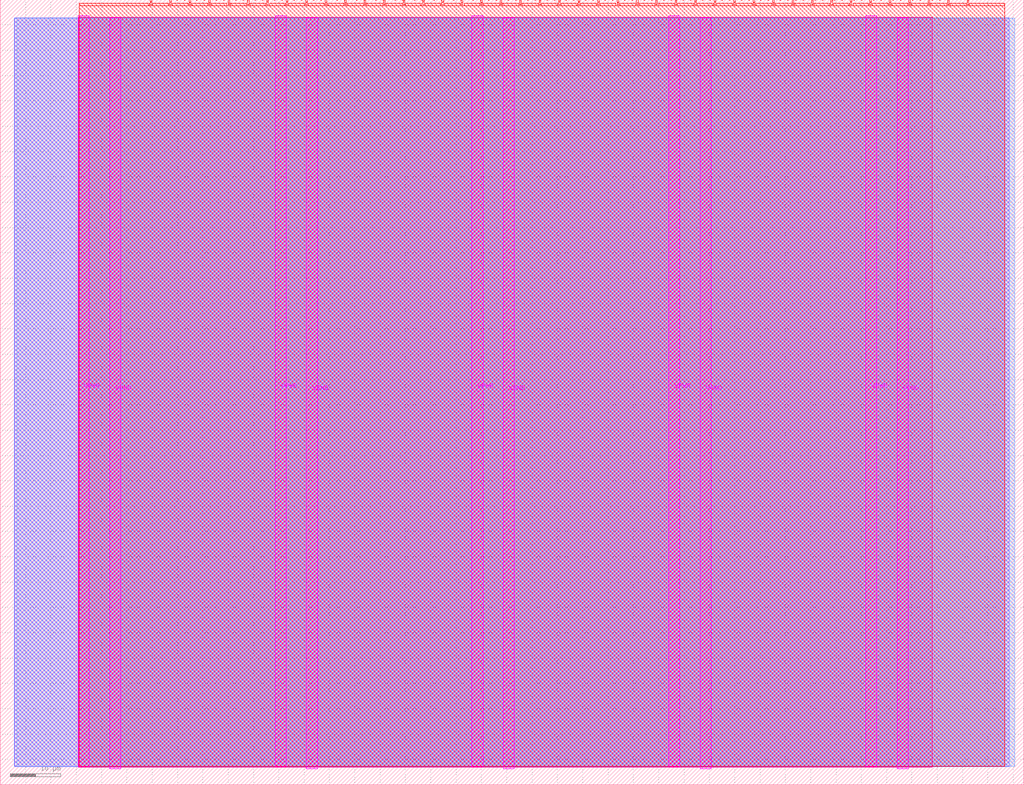
<source format=lef>
VERSION 5.7 ;
  NOWIREEXTENSIONATPIN ON ;
  DIVIDERCHAR "/" ;
  BUSBITCHARS "[]" ;
MACRO tt_um_arthfink_ddmtd
  CLASS BLOCK ;
  FOREIGN tt_um_arthfink_ddmtd ;
  ORIGIN 0.000 0.000 ;
  SIZE 202.080 BY 154.980 ;
  PIN VGND
    DIRECTION INOUT ;
    USE GROUND ;
    PORT
      LAYER TopMetal1 ;
        RECT 21.580 3.150 23.780 151.420 ;
    END
    PORT
      LAYER TopMetal1 ;
        RECT 60.450 3.150 62.650 151.420 ;
    END
    PORT
      LAYER TopMetal1 ;
        RECT 99.320 3.150 101.520 151.420 ;
    END
    PORT
      LAYER TopMetal1 ;
        RECT 138.190 3.150 140.390 151.420 ;
    END
    PORT
      LAYER TopMetal1 ;
        RECT 177.060 3.150 179.260 151.420 ;
    END
  END VGND
  PIN VPWR
    DIRECTION INOUT ;
    USE POWER ;
    PORT
      LAYER TopMetal1 ;
        RECT 15.380 3.560 17.580 151.830 ;
    END
    PORT
      LAYER TopMetal1 ;
        RECT 54.250 3.560 56.450 151.830 ;
    END
    PORT
      LAYER TopMetal1 ;
        RECT 93.120 3.560 95.320 151.830 ;
    END
    PORT
      LAYER TopMetal1 ;
        RECT 131.990 3.560 134.190 151.830 ;
    END
    PORT
      LAYER TopMetal1 ;
        RECT 170.860 3.560 173.060 151.830 ;
    END
  END VPWR
  PIN clk
    DIRECTION INPUT ;
    USE SIGNAL ;
    ANTENNAGATEAREA 0.725400 ;
    PORT
      LAYER Metal4 ;
        RECT 187.050 153.980 187.350 154.980 ;
    END
  END clk
  PIN ena
    DIRECTION INPUT ;
    USE SIGNAL ;
    ANTENNAGATEAREA 0.725400 ;
    PORT
      LAYER Metal4 ;
        RECT 190.890 153.980 191.190 154.980 ;
    END
  END ena
  PIN rst_n
    DIRECTION INPUT ;
    USE SIGNAL ;
    ANTENNAGATEAREA 0.725400 ;
    PORT
      LAYER Metal4 ;
        RECT 183.210 153.980 183.510 154.980 ;
    END
  END rst_n
  PIN ui_in[0]
    DIRECTION INPUT ;
    USE SIGNAL ;
    ANTENNAGATEAREA 0.180700 ;
    PORT
      LAYER Metal4 ;
        RECT 179.370 153.980 179.670 154.980 ;
    END
  END ui_in[0]
  PIN ui_in[1]
    DIRECTION INPUT ;
    USE SIGNAL ;
    ANTENNAGATEAREA 0.180700 ;
    PORT
      LAYER Metal4 ;
        RECT 175.530 153.980 175.830 154.980 ;
    END
  END ui_in[1]
  PIN ui_in[2]
    DIRECTION INPUT ;
    USE SIGNAL ;
    ANTENNAGATEAREA 0.180700 ;
    PORT
      LAYER Metal4 ;
        RECT 171.690 153.980 171.990 154.980 ;
    END
  END ui_in[2]
  PIN ui_in[3]
    DIRECTION INPUT ;
    USE SIGNAL ;
    PORT
      LAYER Metal4 ;
        RECT 167.850 153.980 168.150 154.980 ;
    END
  END ui_in[3]
  PIN ui_in[4]
    DIRECTION INPUT ;
    USE SIGNAL ;
    PORT
      LAYER Metal4 ;
        RECT 164.010 153.980 164.310 154.980 ;
    END
  END ui_in[4]
  PIN ui_in[5]
    DIRECTION INPUT ;
    USE SIGNAL ;
    PORT
      LAYER Metal4 ;
        RECT 160.170 153.980 160.470 154.980 ;
    END
  END ui_in[5]
  PIN ui_in[6]
    DIRECTION INPUT ;
    USE SIGNAL ;
    PORT
      LAYER Metal4 ;
        RECT 156.330 153.980 156.630 154.980 ;
    END
  END ui_in[6]
  PIN ui_in[7]
    DIRECTION INPUT ;
    USE SIGNAL ;
    PORT
      LAYER Metal4 ;
        RECT 152.490 153.980 152.790 154.980 ;
    END
  END ui_in[7]
  PIN uio_in[0]
    DIRECTION INPUT ;
    USE SIGNAL ;
    PORT
      LAYER Metal4 ;
        RECT 148.650 153.980 148.950 154.980 ;
    END
  END uio_in[0]
  PIN uio_in[1]
    DIRECTION INPUT ;
    USE SIGNAL ;
    PORT
      LAYER Metal4 ;
        RECT 144.810 153.980 145.110 154.980 ;
    END
  END uio_in[1]
  PIN uio_in[2]
    DIRECTION INPUT ;
    USE SIGNAL ;
    PORT
      LAYER Metal4 ;
        RECT 140.970 153.980 141.270 154.980 ;
    END
  END uio_in[2]
  PIN uio_in[3]
    DIRECTION INPUT ;
    USE SIGNAL ;
    PORT
      LAYER Metal4 ;
        RECT 137.130 153.980 137.430 154.980 ;
    END
  END uio_in[3]
  PIN uio_in[4]
    DIRECTION INPUT ;
    USE SIGNAL ;
    PORT
      LAYER Metal4 ;
        RECT 133.290 153.980 133.590 154.980 ;
    END
  END uio_in[4]
  PIN uio_in[5]
    DIRECTION INPUT ;
    USE SIGNAL ;
    PORT
      LAYER Metal4 ;
        RECT 129.450 153.980 129.750 154.980 ;
    END
  END uio_in[5]
  PIN uio_in[6]
    DIRECTION INPUT ;
    USE SIGNAL ;
    PORT
      LAYER Metal4 ;
        RECT 125.610 153.980 125.910 154.980 ;
    END
  END uio_in[6]
  PIN uio_in[7]
    DIRECTION INPUT ;
    USE SIGNAL ;
    PORT
      LAYER Metal4 ;
        RECT 121.770 153.980 122.070 154.980 ;
    END
  END uio_in[7]
  PIN uio_oe[0]
    DIRECTION OUTPUT ;
    USE SIGNAL ;
    ANTENNADIFFAREA 0.299200 ;
    PORT
      LAYER Metal4 ;
        RECT 56.490 153.980 56.790 154.980 ;
    END
  END uio_oe[0]
  PIN uio_oe[1]
    DIRECTION OUTPUT ;
    USE SIGNAL ;
    ANTENNADIFFAREA 0.299200 ;
    PORT
      LAYER Metal4 ;
        RECT 52.650 153.980 52.950 154.980 ;
    END
  END uio_oe[1]
  PIN uio_oe[2]
    DIRECTION OUTPUT ;
    USE SIGNAL ;
    ANTENNADIFFAREA 0.299200 ;
    PORT
      LAYER Metal4 ;
        RECT 48.810 153.980 49.110 154.980 ;
    END
  END uio_oe[2]
  PIN uio_oe[3]
    DIRECTION OUTPUT ;
    USE SIGNAL ;
    ANTENNADIFFAREA 0.299200 ;
    PORT
      LAYER Metal4 ;
        RECT 44.970 153.980 45.270 154.980 ;
    END
  END uio_oe[3]
  PIN uio_oe[4]
    DIRECTION OUTPUT ;
    USE SIGNAL ;
    ANTENNADIFFAREA 0.299200 ;
    PORT
      LAYER Metal4 ;
        RECT 41.130 153.980 41.430 154.980 ;
    END
  END uio_oe[4]
  PIN uio_oe[5]
    DIRECTION OUTPUT ;
    USE SIGNAL ;
    ANTENNADIFFAREA 0.299200 ;
    PORT
      LAYER Metal4 ;
        RECT 37.290 153.980 37.590 154.980 ;
    END
  END uio_oe[5]
  PIN uio_oe[6]
    DIRECTION OUTPUT ;
    USE SIGNAL ;
    ANTENNADIFFAREA 0.299200 ;
    PORT
      LAYER Metal4 ;
        RECT 33.450 153.980 33.750 154.980 ;
    END
  END uio_oe[6]
  PIN uio_oe[7]
    DIRECTION OUTPUT ;
    USE SIGNAL ;
    ANTENNADIFFAREA 0.299200 ;
    PORT
      LAYER Metal4 ;
        RECT 29.610 153.980 29.910 154.980 ;
    END
  END uio_oe[7]
  PIN uio_out[0]
    DIRECTION OUTPUT ;
    USE SIGNAL ;
    ANTENNADIFFAREA 0.299200 ;
    PORT
      LAYER Metal4 ;
        RECT 87.210 153.980 87.510 154.980 ;
    END
  END uio_out[0]
  PIN uio_out[1]
    DIRECTION OUTPUT ;
    USE SIGNAL ;
    ANTENNADIFFAREA 0.299200 ;
    PORT
      LAYER Metal4 ;
        RECT 83.370 153.980 83.670 154.980 ;
    END
  END uio_out[1]
  PIN uio_out[2]
    DIRECTION OUTPUT ;
    USE SIGNAL ;
    ANTENNADIFFAREA 0.299200 ;
    PORT
      LAYER Metal4 ;
        RECT 79.530 153.980 79.830 154.980 ;
    END
  END uio_out[2]
  PIN uio_out[3]
    DIRECTION OUTPUT ;
    USE SIGNAL ;
    ANTENNADIFFAREA 0.299200 ;
    PORT
      LAYER Metal4 ;
        RECT 75.690 153.980 75.990 154.980 ;
    END
  END uio_out[3]
  PIN uio_out[4]
    DIRECTION OUTPUT ;
    USE SIGNAL ;
    ANTENNADIFFAREA 0.299200 ;
    PORT
      LAYER Metal4 ;
        RECT 71.850 153.980 72.150 154.980 ;
    END
  END uio_out[4]
  PIN uio_out[5]
    DIRECTION OUTPUT ;
    USE SIGNAL ;
    ANTENNADIFFAREA 0.299200 ;
    PORT
      LAYER Metal4 ;
        RECT 68.010 153.980 68.310 154.980 ;
    END
  END uio_out[5]
  PIN uio_out[6]
    DIRECTION OUTPUT ;
    USE SIGNAL ;
    ANTENNADIFFAREA 0.299200 ;
    PORT
      LAYER Metal4 ;
        RECT 64.170 153.980 64.470 154.980 ;
    END
  END uio_out[6]
  PIN uio_out[7]
    DIRECTION OUTPUT ;
    USE SIGNAL ;
    ANTENNADIFFAREA 0.299200 ;
    PORT
      LAYER Metal4 ;
        RECT 60.330 153.980 60.630 154.980 ;
    END
  END uio_out[7]
  PIN uo_out[0]
    DIRECTION OUTPUT ;
    USE SIGNAL ;
    ANTENNAGATEAREA 1.147900 ;
    ANTENNADIFFAREA 2.827200 ;
    PORT
      LAYER Metal4 ;
        RECT 117.930 153.980 118.230 154.980 ;
    END
  END uo_out[0]
  PIN uo_out[1]
    DIRECTION OUTPUT ;
    USE SIGNAL ;
    ANTENNAGATEAREA 0.241800 ;
    ANTENNADIFFAREA 0.632400 ;
    PORT
      LAYER Metal4 ;
        RECT 114.090 153.980 114.390 154.980 ;
    END
  END uo_out[1]
  PIN uo_out[2]
    DIRECTION OUTPUT ;
    USE SIGNAL ;
    ANTENNAGATEAREA 0.241800 ;
    ANTENNADIFFAREA 0.632400 ;
    PORT
      LAYER Metal4 ;
        RECT 110.250 153.980 110.550 154.980 ;
    END
  END uo_out[2]
  PIN uo_out[3]
    DIRECTION OUTPUT ;
    USE SIGNAL ;
    ANTENNADIFFAREA 0.632400 ;
    PORT
      LAYER Metal4 ;
        RECT 106.410 153.980 106.710 154.980 ;
    END
  END uo_out[3]
  PIN uo_out[4]
    DIRECTION OUTPUT ;
    USE SIGNAL ;
    ANTENNADIFFAREA 0.662000 ;
    PORT
      LAYER Metal4 ;
        RECT 102.570 153.980 102.870 154.980 ;
    END
  END uo_out[4]
  PIN uo_out[5]
    DIRECTION OUTPUT ;
    USE SIGNAL ;
    ANTENNADIFFAREA 0.662000 ;
    PORT
      LAYER Metal4 ;
        RECT 98.730 153.980 99.030 154.980 ;
    END
  END uo_out[5]
  PIN uo_out[6]
    DIRECTION OUTPUT ;
    USE SIGNAL ;
    ANTENNADIFFAREA 0.662000 ;
    PORT
      LAYER Metal4 ;
        RECT 94.890 153.980 95.190 154.980 ;
    END
  END uo_out[6]
  PIN uo_out[7]
    DIRECTION OUTPUT ;
    USE SIGNAL ;
    ANTENNADIFFAREA 0.662000 ;
    PORT
      LAYER Metal4 ;
        RECT 91.050 153.980 91.350 154.980 ;
    END
  END uo_out[7]
  OBS
      LAYER GatPoly ;
        RECT 2.880 3.630 199.200 151.350 ;
      LAYER Metal1 ;
        RECT 2.880 3.560 199.200 151.420 ;
      LAYER Metal2 ;
        RECT 2.780 3.635 200.265 151.345 ;
      LAYER Metal3 ;
        RECT 3.215 3.680 200.305 151.300 ;
      LAYER Metal4 ;
        RECT 15.560 153.770 29.400 154.240 ;
        RECT 30.120 153.770 33.240 154.240 ;
        RECT 33.960 153.770 37.080 154.240 ;
        RECT 37.800 153.770 40.920 154.240 ;
        RECT 41.640 153.770 44.760 154.240 ;
        RECT 45.480 153.770 48.600 154.240 ;
        RECT 49.320 153.770 52.440 154.240 ;
        RECT 53.160 153.770 56.280 154.240 ;
        RECT 57.000 153.770 60.120 154.240 ;
        RECT 60.840 153.770 63.960 154.240 ;
        RECT 64.680 153.770 67.800 154.240 ;
        RECT 68.520 153.770 71.640 154.240 ;
        RECT 72.360 153.770 75.480 154.240 ;
        RECT 76.200 153.770 79.320 154.240 ;
        RECT 80.040 153.770 83.160 154.240 ;
        RECT 83.880 153.770 87.000 154.240 ;
        RECT 87.720 153.770 90.840 154.240 ;
        RECT 91.560 153.770 94.680 154.240 ;
        RECT 95.400 153.770 98.520 154.240 ;
        RECT 99.240 153.770 102.360 154.240 ;
        RECT 103.080 153.770 106.200 154.240 ;
        RECT 106.920 153.770 110.040 154.240 ;
        RECT 110.760 153.770 113.880 154.240 ;
        RECT 114.600 153.770 117.720 154.240 ;
        RECT 118.440 153.770 121.560 154.240 ;
        RECT 122.280 153.770 125.400 154.240 ;
        RECT 126.120 153.770 129.240 154.240 ;
        RECT 129.960 153.770 133.080 154.240 ;
        RECT 133.800 153.770 136.920 154.240 ;
        RECT 137.640 153.770 140.760 154.240 ;
        RECT 141.480 153.770 144.600 154.240 ;
        RECT 145.320 153.770 148.440 154.240 ;
        RECT 149.160 153.770 152.280 154.240 ;
        RECT 153.000 153.770 156.120 154.240 ;
        RECT 156.840 153.770 159.960 154.240 ;
        RECT 160.680 153.770 163.800 154.240 ;
        RECT 164.520 153.770 167.640 154.240 ;
        RECT 168.360 153.770 171.480 154.240 ;
        RECT 172.200 153.770 175.320 154.240 ;
        RECT 176.040 153.770 179.160 154.240 ;
        RECT 179.880 153.770 183.000 154.240 ;
        RECT 183.720 153.770 186.840 154.240 ;
        RECT 187.560 153.770 190.680 154.240 ;
        RECT 191.400 153.770 198.340 154.240 ;
        RECT 15.560 3.635 198.340 153.770 ;
      LAYER Metal5 ;
        RECT 15.515 3.470 183.985 151.510 ;
  END
END tt_um_arthfink_ddmtd
END LIBRARY


</source>
